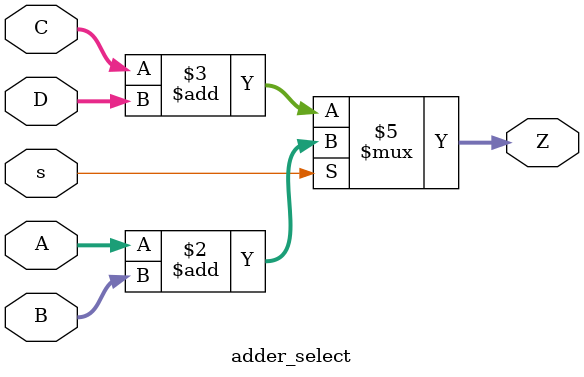
<source format=v>
module adder_select(
    input wire s,
    input wire [31:0] A, B, C, D,
    output reg [32:0] Z
);

always @(s, A, B, C, D) begin
    if (s)
        Z <= A + B;
    else
        Z <= C + D;
end

endmodule
</source>
